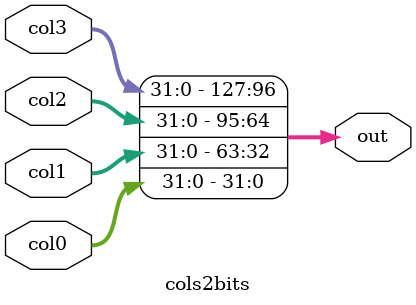
<source format=sv>
`timescale 1ps/1ps
module rows2bits (
	input [31:0] row0, row1, row2, row3,
    output [127:0] out
);

    assign out = {row3[24 +: 8], row2[24 +: 8], row1[24 +: 8], row0[24 +: 8],
                  row3[16 +: 8], row2[16 +: 8], row1[16 +: 8], row0[16 +: 8],
                  row3[8 +: 8], row2[8 +: 8], row1[8 +: 8], row0[8 +: 8],
                  row3[0 +: 8], row2[0 +: 8], row1[0 +: 8], row0[0 +: 8]
                 };

endmodule

module cols2bits (
	input [31:0] col0, col1, col2, col3,
    output [127:0] out
);

    assign out = {col3, col2, col1, col0};

endmodule
</source>
